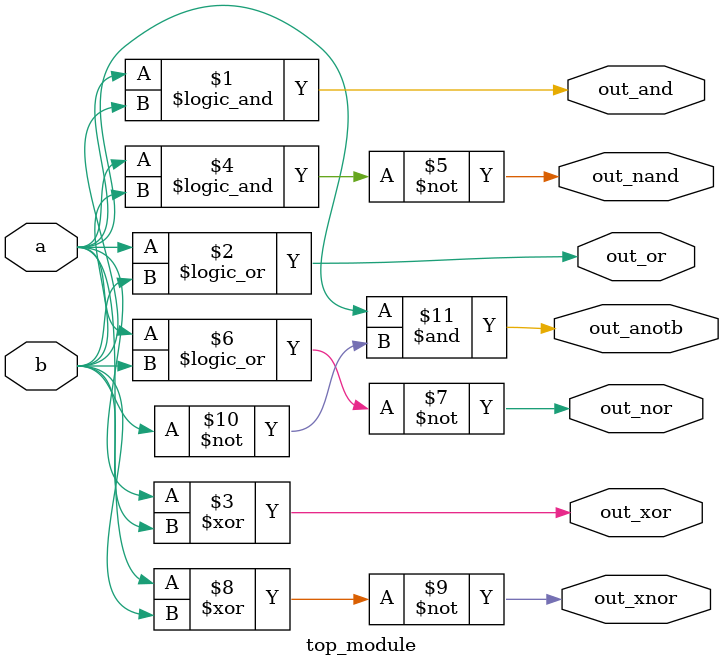
<source format=v>
module top_module( 
    input a, b,
    output out_and,
    output out_or,
    output out_xor,
    output out_nand,
    output out_nor,
    output out_xnor,
    output out_anotb
);
    
    assign out_and = a && b;
    assign out_or = a || b;
    assign out_xor = a ^ b;
    assign out_nand = ~(a && b);
    assign out_nor = ~(a || b);
    assign out_xnor = ~(a ^ b);
    assign out_anotb = a & (~b);

endmodule

</source>
